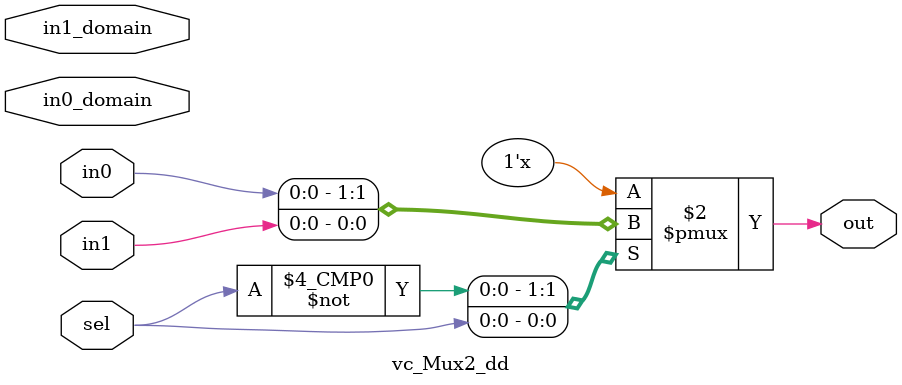
<source format=v>

`ifndef VC_MUX2_DIFFDOMAIN_V
`define VC_MUX2_DIFFDOMAIN_V


module vc_Mux2_dd
#(
  parameter p_nbits = 1
)(
  input      [p_nbits-1:0] 	in0, 
  input		 [p_nbits-1:0] 	in1,
  input		 [1:0]		   					in0_domain,
  input		 [1:0]		   					in1_domain,
  input                    					sel,
  output reg [p_nbits-1:0] 			out
  //output	 [1:0]		   					out_domain
);

  reg [1:0] 	out_domain;
  always @(*)
  begin
    case ( sel )
	  1'd0 : begin
			   out_domain = in0_domain;
			   out = in0;
		     end

	  1'd1 : begin
			   out_domain = in1_domain;
			   out = in1;
			 end

      default : out = {p_nbits{1'bx}};
    endcase
  end

endmodule

`endif /* VC_MUX2_DIFFDOMAIN_V */


</source>
